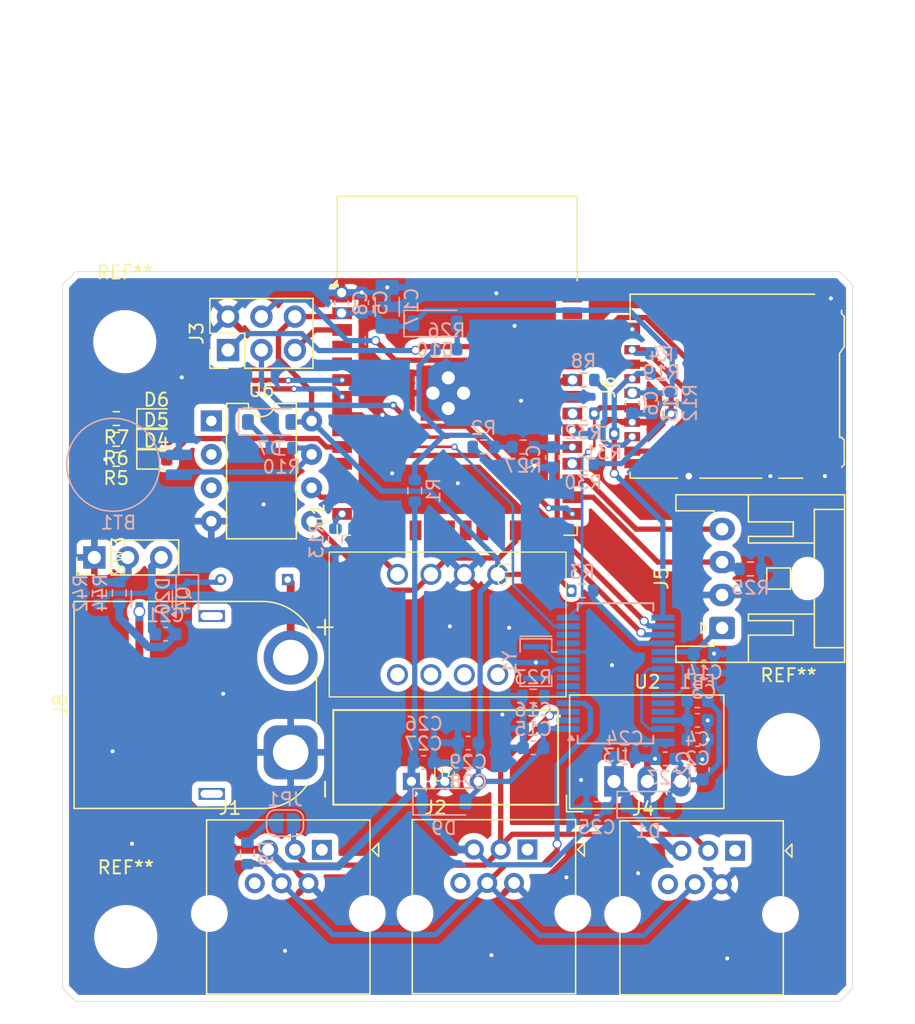
<source format=kicad_pcb>
(kicad_pcb (version 20241229) (generator "pcbnew") (generator_version "9.0")
  (layers (0 "F.Cu" signal) (2 "B.Cu" signal) (13 "F.Paste" user) (15 "B.Paste" user) (5 "F.SilkS" user "F.Silkscreen") (7 "B.SilkS" user "B.Silkscreen") (1 "F.Mask" user) (3 "B.Mask" user) (25 "Edge.Cuts" user))
  (net 0 "")
  (net 1 "Net-(BT1-+)")
  (net 2 "GND")
  (net 3 "+3V3")
  (net 4 "+5V")
  (net 5 "VSENS")
  (net 6 "+BATT")
  (net 7 "Net-(U3-VDDA)")
  (net 8 "Net-(U1-IO5)")
  (net 9 "SCK")
  (net 10 "Net-(D4-K)")
  (net 11 "ERR")
  (net 12 "Net-(D5-K)")
  (net 13 "Net-(D6-K)")
  (net 14 "BAT")
  (net 15 "Net-(D7-K)")
  (net 16 "Net-(D20-A)")
  (net 17 "Net-(D20-K)")
  (net 18 "CAN_L")
  (net 21 "CAN_H")
  (net 24 "LED1")
  (net 25 "Net-(D10-A)")
  (net 26 "TX1")
  (net 27 "RX1")
  (net 28 "Net-(J8-Pin_2)")
  (net 30 "CS1")
  (net 32 "MISO")
  (net 33 "Net-(J6-DAT1)")
  (net 34 "Net-(J6-DAT0)")
  (net 35 "DET")
  (net 36 "MOSI")
  (net 37 "Net-(JP1-B)")
  (net 38 "Net-(U3-STBY)")
  (net 40 "Net-(U1-IO17)")
  (net 41 "Net-(U1-IO18)")
  (net 42 "Net-(U1-IO19)")
  (net 43 "Net-(U3-~{RESET})")
  (net 44 "Net-(SW3-B)")
  (net 47 "Net-(U3-OSC1)")
  (net 48 "Net-(U3-RXD)")
  (net 52 "Net-(U3-TXD)")
  (net 53 "Net-(U3-OSC2)")
  (net 54 "INT")
  (net 55 "CS")
  (net 63 "SCL")
  (net 65 "SDA")
  (net 67 "TX")
  (net 70 "Net-(U1-IO12)")
  (net 73 "IO0")
  (net 77 "unconnected-(U1-SENSOR_VP-Pad4)")
  (net 79 "EN")
  (net 80 "RX")
  (footprint "MountingHole:MountingHole_4.3mm_M4" (layer "F.Cu") (at 200.01 79.82)
    (property "Reference" "REF**")
    (property "Value" "MountingHole_4.3mm_M4")
  )
  (footprint "LED_SMD:LED_0603_1608Metric" (layer "F.Cu") (at 151.9625 56.62)
    (property "Reference" "D5")
    (property "Value" "ERR")
  )
  (footprint "Package_DIP:DIP-8_W7.62mm" (layer "F.Cu") (at 156.14 55.25)
    (property "Reference" "U6")
    (property "Value" "RX8900_mod")
  )
  (footprint "KUBTSS:BP5293-33" (layer "F.Cu") (at 173.89 82.624318)
    (property "Reference" "U4")
    (property "Value" "BP5293-33")
  )
  (footprint "Connector_AMASS:AMASS_XT60PW-M_1x02_P7.20mm_Horizontal" (layer "F.Cu") (at 162.17 80.42 90)
    (property "Reference" "J8")
    (property "Value" "BATT_CON")
  )
  (footprint "Converter_DCDC:Converter_DCDC_RECOM_R-78E-0.5_THT" (layer "F.Cu") (at 186.743 82.6275)
    (property "Reference" "U2")
    (property "Value" "R-78E5.0-0.5")
  )
  (footprint "KUBTSS:toggle" (layer "F.Cu") (at 149.6 65.52 90)
    (property "Reference" "SW3")
    (property "Value" "POWER")
  )
  (footprint "MountingHole:MountingHole_4.3mm_M4" (layer "F.Cu") (at 149.64 94.41)
    (property "Reference" "REF**")
    (property "Value" "MountingHole_4.3mm_M4")
  )
  (footprint "MountingHole:MountingHole_4.3mm_M4" (layer "F.Cu") (at 149.56 49.23)
    (property "Reference" "REF**")
    (property "Value" "MountingHole_4.3mm_M4")
  )
  (footprint "KUBTSS:BNO055" (layer "F.Cu") (at 177.91 66.9 -90)
    (property "Reference" "U5")
    (property "Value" "~")
  )
  (footprint "LED_SMD:LED_0603_1608Metric" (layer "F.Cu") (at 151.97 55.07)
    (property "Reference" "D6")
    (property "Value" "BATT")
  )
  (footprint "LED_SMD:LED_0603_1608Metric" (layer "F.Cu") (at 151.9625 58.17)
    (property "Reference" "D4")
    (property "Value" "SCK")
  )
  (footprint "Connector_JST:JST_XA_S04B-XASK-1_1x04_P2.50mm_Horizontal" (layer "F.Cu") (at 194.96 70.97 90)
    (property "Reference" "J5")
    (property "Value" "GPS_DFROBOT_TEL-0157")
  )
  (footprint "Connector_Card:microSD_HC_Hirose_DM3AT-SF-PEJM5" (layer "F.Cu") (at 195.855 52.62 90)
    (property "Reference" "J6")
    (property "Value" "Micro_SD_Card_Det_Hirose_DM3AT")
  )
  (footprint "Resistor_SMD:R_0603_1608Metric" (layer "F.Cu") (at 148.925 55.07 180)
    (property "Reference" "R7")
    (property "Value" "1k")
  )
  (footprint "Connector_RJ:RJ25_Wayconn_MJEA-660X1_Horizontal" (layer "F.Cu") (at 180.17 87.8)
    (property "Reference" "J2")
    (property "Value" "RJ25")
  )
  (footprint "KUBTSS:Fuse MF-R090" (layer "F.Cu") (at 161.94 67.3 -90)
    (property "Reference" "F2" (hide yes))
    (property "Value" "MF-R090" (hide yes))
  )
  (footprint "Resistor_SMD:R_0603_1608Metric" (layer "F.Cu") (at 148.905 56.65 180)
    (property "Reference" "R6")
    (property "Value" "1k")
  )
  (footprint "Connector_PinHeader_2.54mm:PinHeader_2x03_P2.54mm_Vertical" (layer "F.Cu") (at 157.41 49.87 90)
    (property "Reference" "J3")
    (property "Value" "ICSP")
  )
  (footprint "Resistor_SMD:R_0603_1608Metric" (layer "F.Cu") (at 148.905 58.17 180)
    (property "Reference" "R5")
    (property "Value" "1k")
  )
  (footprint "Connector_RJ:RJ25_Wayconn_MJEA-660X1_Horizontal" (layer "F.Cu") (at 164.54 87.82)
    (property "Reference" "J1")
    (property "Value" "RJ25")
  )
  (footprint "Connector_RJ:RJ25_Wayconn_MJEA-660X1_Horizontal" (layer "F.Cu") (at 195.95 87.89)
    (property "Reference" "J4")
    (property "Value" "RJ25")
  )
  (footprint "KUBTSS:ESP32-WROOM-32" (layer "F.Cu") (at 174.83 54.05)
    (property "Reference" "U1")
    (property "Value" "ESP32-WROOM-32")
  )
  (footprint "Capacitor_SMD:C_0603_1608Metric" (layer "B.Cu") (at 185.425 84.67)
    (property "Reference" "C25")
    (property "Value" "22u")
  )
  (footprint "Crystal:Resonator_SMD_Murata_CSTxExxV-3Pin_3.0x1.1mm" (layer "B.Cu") (at 180.81 73.6 -90)
    (property "Reference" "Y1")
    (property "Value" "16MHz")
  )
  (footprint "Capacitor_SMD:C_0603_1608Metric" (layer "B.Cu") (at 180.61 78.62 180)
    (property "Reference" "C16")
    (property "Value" "0.1u")
  )
  (footprint "Capacitor_SMD:C_0603_1608Metric" (layer "B.Cu") (at 193.46 81.725 -90)
    (property "Reference" "C22")
    (property "Value" "22u")
  )
  (footprint "Battery:BatteryHolder_Seiko_MS621F" (layer "B.Cu") (at 153.678102 58.58)
    (property "Reference" "BT1")
    (property "Value" "MS621FE FL11E")
  )
  (footprint "Resistor_SMD:R_0603_1608Metric" (layer "B.Cu") (at 179.835 57.23)
    (property "Reference" "R27")
    (property "Value" "100k")
  )
  (footprint "Resistor_SMD:R_0603_1608Metric" (layer "B.Cu") (at 149.14 68.315 -90)
    (property "Reference" "R44")
    (property "Value" "4.7k")
  )
  (footprint "Package_SO:SSOP-28_5.3x10.2mm_P0.65mm" (layer "B.Cu") (at 186.86 74.415)
    (property "Reference" "U3")
    (property "Value" "MCP25625-x-SS")
  )
  (footprint "Resistor_SMD:R_0603_1608Metric" (layer "B.Cu") (at 184.325 68.15 180)
    (property "Reference" "R3")
    (property "Value" "10k")
  )
  (footprint "Resistor_SMD:R_0603_1608Metric" (layer "B.Cu") (at 184.395 58.49)
    (property "Reference" "R30")
    (property "Value" "33")
  )
  (footprint "Capacitor_SMD:C_0603_1608Metric" (layer "B.Cu") (at 193.575 72.92)
    (property "Reference" "C14")
    (property "Value" "0.1u")
  )
  (footprint "Capacitor_SMD:C_1206_3216Metric" (layer "B.Cu") (at 169.51 46.585 90)
    (property "Reference" "C17")
    (property "Value" "100u")
  )
  (footprint "Capacitor_SMD:C_0603_1608Metric" (layer "B.Cu") (at 180.605 80.08 180)
    (property "Reference" "C15")
    (property "Value" "1u")
  )
  (footprint "Resistor_SMD:R_0603_1608Metric" (layer "B.Cu") (at 161.485 57.31)
    (property "Reference" "R10")
    (property "Value" "330k")
  )
  (footprint "Resistor_SMD:R_0603_1608Metric" (layer "B.Cu") (at 190.345 50.12)
    (property "Reference" "R19")
    (property "Value" "100k")
  )
  (footprint "Resistor_SMD:R_0603_1608Metric" (layer "B.Cu") (at 197.115 66.49)
    (property "Reference" "R25")
    (property "Value" "100k")
  )
  (footprint "Capacitor_SMD:C_0603_1608Metric" (layer "B.Cu") (at 189.6 53.9 90)
    (property "Reference" "C13")
    (property "Value" "10u")
  )
  (footprint "Diode_SMD:D_SOD-123" (layer "B.Cu") (at 173.1425 47.85)
    (property "Reference" "D10")
    (property "Value" "RB160M")
  )
  (footprint "Capacitor_SMD:C_0603_1608Metric" (layer "B.Cu") (at 152.665 71.44 180)
    (property "Reference" "C21")
    (property "Value" "1u")
  )
  (footprint "Resistor_SMD:R_0603_1608Metric" (layer "B.Cu") (at 171.6 60.555 90)
    (property "Reference" "R1")
    (property "Value" "10k")
  )
  (footprint "Capacitor_SMD:C_0603_1608Metric" (layer "B.Cu") (at 193.095 77.99)
    (property "Reference" "C4")
    (property "Value" "0.1u")
  )
  (footprint "Resistor_SMD:R_0603_1608Metric" (layer "B.Cu") (at 174.005 49.81 180)
    (property "Reference" "R26")
    (property "Value" "200k")
  )
  (footprint "Inductor_SMD:L_0603_1608Metric" (layer "B.Cu") (at 193.09 76.51 180)
    (property "Reference" "FB1")
    (property "Value" "FerriteBead_Small")
  )
  (footprint "Resistor_SMD:R_0603_1608Metric" (layer "B.Cu") (at 158.88 88.085 90)
    (property "Reference" "R9")
    (property "Value" "120")
  )
  (footprint "Diode_SMD:D_SOD-123" (layer "B.Cu") (at 189.34 84.39)
    (property "Reference" "D1")
    (property "Value" "RB160M")
  )
  (footprint "Capacitor_SMD:C_0603_1608Metric" (layer "B.Cu") (at 190.635 80.91)
    (property "Reference" "C23")
    (property "Value" "0.1u")
  )
  (footprint "Resistor_SMD:R_0603_1608Metric" (layer "B.Cu") (at 176.83 57.22 180)
    (property "Reference" "R2")
    (property "Value" "1k")
  )
  (footprint "Capacitor_SMD:C_0603_1608Metric" (layer "B.Cu") (at 166.04 46.285 90)
    (property "Reference" "C8")
    (property "Value" "0.1u")
  )
  (footprint "Capacitor_SMD:C_0603_1608Metric" (layer "B.Cu") (at 175.665 81.23)
    (property "Reference" "C28")
    (property "Value" "0.1u")
  )
  (footprint "Capacitor_SMD:C_0603_1608Metric" (layer "B.Cu") (at 167.57 46.265 90)
    (property "Reference" "C5")
    (property "Value" "10u")
  )
  (footprint "Capacitor_SMD:C_0603_1608Metric" (layer "B.Cu") (at 172.275 81.19 180)
    (property "Reference" "C27")
    (property "Value" "0.1u")
  )
  (footprint "Resistor_SMD:R_0603_1608Metric" (layer "B.Cu") (at 190.345 51.64 180)
    (property "Reference" "R4")
    (property "Value" "100k")
  )
  (footprint "Diode_SMD:D_SOD-323" (layer "B.Cu") (at 154.31 68.55 -90)
    (property "Reference" "D20")
    (property "Value" "Zener_10V")
  )
  (footprint "Capacitor_SMD:C_0603_1608Metric" (layer "B.Cu") (at 172.285 79.68 180)
    (property "Reference" "C26")
    (property "Value" "22u")
  )
  (footprint "Capacitor_SMD:C_0603_1608Metric" (layer "B.Cu") (at 188.14 53.895 90)
    (property "Reference" "C6")
    (property "Value" "0.1u")
  )
  (footprint "Package_TO_SOT_SMD:SOT-23" (layer "B.Cu") (at 151.62 68.7875 90)
    (property "Reference" "Q4")
    (property "Value" "AO3401A")
  )
  (footprint "Jumper:SolderJumper-2_P1.3mm_Open_RoundedPad1.0x1.5mm" (layer "B.Cu") (at 161.74 85.79 180)
    (property "Reference" "JP1")
    (property "Value" "Terminate")
  )
  (footprint "Resistor_SMD:R_0603_1608Metric" (layer "B.Cu") (at 165.57 64.265 -90)
    (property "Reference" "R13")
    (property "Value" "10k")
  )
  (footprint "Resistor_SMD:R_0603_1608Metric" (layer "B.Cu") (at 185.94 56.22)
    (property "Reference" "R31")
    (property "Value" "33")
  )
  (footprint "Capacitor_SMD:C_0603_1608Metric" (layer "B.Cu") (at 193.565 74.39)
    (property "Reference" "C3")
    (property "Value" "1u")
  )
  (footprint "Capacitor_SMD:C_0603_1608Metric" (layer "B.Cu") (at 187.565 80.8 180)
    (property "Reference" "C24")
    (property "Value" "0.1u")
  )
  (footprint "Capacitor_SMD:C_0603_1608Metric" (layer "B.Cu") (at 193.105 79.45)
    (property "Reference" "C2")
    (property "Value" "10u")
  )
  (footprint "Resistor_SMD:R_0603_1608Metric" (layer "B.Cu") (at 184.425 52.14 180)
    (property "Reference" "R8")
    (property "Value" "22")
  )
  (footprint "Capacitor_SMD:C_0603_1608Metric" (layer "B.Cu") (at 182.06 58.015 -90)
    (property "Reference" "C7")
    (property "Value" "0.1u")
  )
  (footprint "Resistor_SMD:R_0603_1608Metric" (layer "B.Cu") (at 184.425 54.69)
    (property "Reference" "R32")
    (property "Value" "33")
  )
  (footprint "Diode_SMD:D_SOD-123" (layer "B.Cu") (at 160.57 55.33)
    (property "Reference" "D7")
    (property "Value" "RB160M")
  )
  (footprint "Resistor_SMD:R_0603_1608Metric" (layer "B.Cu") (at 180.605 76.15 180)
    (property "Reference" "R23")
    (property "Value" "100k")
  )
  (footprint "Resistor_SMD:R_0603_1608Metric" (layer "B.Cu") (at 191.09 53.885 90)
    (property "Reference" "R12")
    (property "Value" "47k")
  )
  (footprint "Diode_SMD:D_SOD-123" (layer "B.Cu") (at 173.82 84.17)
    (property "Reference" "D9")
    (property "Value" "RB160M")
  )
  (footprint "Resistor_SMD:R_0603_1608Metric" (layer "B.Cu") (at 147.63 68.34 -90)
    (property "Reference" "R42")
    (property "Value" "100k")
  )
  (footprint "Capacitor_SMD:C_0603_1608Metric" (layer "B.Cu") (at 175.665 79.71)
    (property "Reference" "C29")
    (property "Value" "22u")
  )
  (gr_line (start 203.88 43.91) (end 145.83 43.91) (stroke (width 0.05)) (layer "Edge.Cuts"))
  (gr_line (start 204.88 44.91) (end 204.88 98.335) (stroke (width 0.05)) (layer "Edge.Cuts"))
  (gr_line (start 203.88 99.335) (end 145.83 99.335) (stroke (width 0.05)) (layer "Edge.Cuts"))
  (gr_line (start 145.83 99.335) (end 144.83 98.335) (stroke (width 0.05)) (layer "Edge.Cuts"))
  (gr_line (start 145.83 43.91) (end 144.83 44.91) (stroke (width 0.05)) (layer "Edge.Cuts"))
  (gr_line (start 203.88 43.91) (end 204.88 44.91) (stroke (width 0.05)) (layer "Edge.Cuts"))
  (gr_line (start 144.83 44.91) (end 144.83 98.335) (stroke (width 0.05)) (layer "Edge.Cuts"))
  (gr_line (start 204.88 98.335) (end 203.88 99.335) (stroke (width 0.05)) (layer "Edge.Cuts"))
  (segment (start 162.421 59.129) (end 163.76 57.79) (width 0.4) (layer "B.Cu") (net 1))
  (segment (start 163.28 57.31) (end 163.76 57.79) (width 0.4) (layer "B.Cu") (net 1))
  (segment (start 153.678102 59.33) (end 153.879102 59.129) (width 0.4) (layer "B.Cu") (net 1))
  (segment (start 153.879102 59.129) (end 162.421 59.129) (width 0.4) (layer "B.Cu") (net 1))
  (segment (start 162.31 57.31) (end 163.28 57.31) (width 0.4) (layer "B.Cu") (net 1))
  (segment (start 167.97 50.42) (end 167.97 46.65) (width 0.2) (layer "F.Cu") (net 2))
  (segment (start 167.97 46.65) (end 169.51 45.11) (width 0.2) (layer "F.Cu") (net 2))
  (segment (start 173.89 82.624318) (end 171.685682 80.42) (width 0.4) (layer "F.Cu") (net 2))
  (segment (start 169.165 51.615) (end 167.97 50.42) (width 0.2) (layer "F.Cu") (net 2))
  (segment (start 172.625 51.615) (end 169.165 51.615) (width 0.2) (layer "F.Cu") (net 2))
  (segment (start 171.685682 80.42) (end 162.17 80.42) (width 0.4) (layer "F.Cu") (net 2))
  (via (at 169.51 45.11) (size 0.6) (drill 0.3) (layers "F.Cu" "B.Cu") (net 2))
  (via (at 169.88 59.23) (size 0.5) (drill 0.3) (layers "F.Cu" "B.Cu") (net 2))
  (via (at 188.58 89.6) (size 0.6) (drill 0.3) (layers "F.Cu" "B.Cu") (net 2))
  (via (at 193.87 77.99) (size 0.6) (drill 0.3) (layers "F.Cu" "B.Cu") (net 2))
  (via (at 188.13 55.345) (size 0.7) (drill 0.5) (layers "F.Cu" "B.Cu") (net 2))
  (via (at 178.26 77.55) (size 0.6) (drill 0.3) (layers "F.Cu" "B.Cu") (net 2))
  (via (at 177.8 45.55) (size 0.6) (drill 0.3) (layers "F.Cu" "B.Cu") (net 2))
  (via (at 198.63 59.445) (size 0.6) (drill 0.3) (layers "F.Cu" "B.Cu") (net 2))
  (via (at 160.11 61.59) (size 0.6) (drill 0.3) (layers "F.Cu" "B.Cu") (net 2))
  (via (at 195.35 96.07) (size 0.6) (drill 0.3) (layers "F.Cu" "B.Cu") (net 2))
  (via (at 167.57 45.49) (size 0.5) (drill 0.3) (layers "F.Cu" "B.Cu") (net 2))
  (via (at 189.86 80.91) (size 0.6) (drill 0.3) (layers "F.Cu" "B.Cu") (net 2))
  (via (at 183.13 89.91) (size 0.6) (drill 0.3) (layers "F.Cu" "B.Cu") (net 2))
  (via (at 161.74 95.49) (size 0.6) (drill 0.3) (layers "F.Cu" "B.Cu") (net 2))
  (via (at 148.08 58.17) (size 0.6) (drill 0.3) (layers "F.Cu" "B.Cu") (net 2))
  (via (at 186.59 73.8) (size 0.6) (drill 0.3) (layers "F.Cu" "B.Cu") (net 2))
  (via (at 180.7 58.65) (size 0.6) (drill 0.3) (layers "F.Cu" "B.Cu") (net 2))
  (via (at 192.43 59.445) (size 0.7) (drill 0.5) (layers "F.Cu" "B.Cu") (net 2))
  (via (at 169.15 54.8) (size 0.5) (drill 0.3) (layers "F.Cu" "B.Cu") (net 2))
  (via (at 153.89 51.94) (size 0.6) (drill 0.3) (layers "F.Cu" "B.Cu") (net 2))
  (via (at 178.77 70.96) (size 0.6) (drill 0.3) (layers "F.Cu" "B.Cu") (net 2))
  (via (at 174.27 70.85) (size 0.6) (drill 0.3) (layers "F.Cu" "B.Cu") (net 2))
  (via (at 179.68 53.72) (size 0.6) (drill 0.3) (layers "F.Cu" "B.Cu") (net 2))
  (via (at 203.23 45.945) (size 0.6) (drill 0.3) (layers "F.Cu" "B.Cu") (net 2))
  (via (at 179.19 48.03) (size 0.6) (drill 0.3) (layers "F.Cu" "B.Cu") (net 2))
  (via (at 166.04 45.51) (size 0.9) (drill 0.7) (layers "F.Cu" "B.Cu") (net 2))
  (via (at 202.78 59.445) (size 0.6) (drill 0.3) (layers "F.Cu" "B.Cu") (net 2))
  (via (at 193.46 80.95) (size 0.6) (drill 0.3) (layers "F.Cu" "B.Cu") (net 2))
  (via (at 174.88 59.98) (size 0.6) (drill 0.3) (layers "F.Cu" "B.Cu") (net 2))
  (via (at 177.43 95.82) (size 0.6) (drill 0.3) (layers "F.Cu" "B.Cu") (net 2))
  (via (at 180.81 73.6) (size 0.6) (drill 0.3) (layers "F.Cu" "B.Cu") (net 2))
  (via (at 184.24 82.52) (size 0.6) (drill 0.3) (layers "F.Cu" "B.Cu") (net 2))
  (via (at 194.35 72.92) (size 0.6) (drill 0.3) (layers "F.Cu" "B.Cu") (net 2))
  (via (at 193.87 79.45) (size 0.5) (drill 0.3) (layers "F.Cu" "B.Cu") (net 2))
  (via (at 188.13 48.295) (size 0.6) (drill 0.3) (layers "F.Cu" "B.Cu") (net 2))
  (via (at 157.04 75.97) (size 0.6) (drill 0.3) (layers "F.Cu" "B.Cu") (net 2))
  (via (at 150.11 87.36) (size 0.6) (drill 0.3) (layers "F.Cu" "B.Cu") (net 2))
  (via (at 148.63 80.34) (size 0.6) (drill 0.3) (layers "F.Cu" "B.Cu") (net 2))
  (segment (start 167.57 45.49) (end 169.13 45.49) (width 0.4) (layer "B.Cu") (net 2))
  (segment (start 188.14 55.335) (end 188.13 55.345) (width 0.4) (layer "B.Cu") (net 2))
  (segment (start 183.26 72.79) (end 185.58 72.79) (width 0.2) (layer "B.Cu") (net 2))
  (segment (start 188.14 54.67) (end 188.14 55.335) (width 0.4) (layer "B.Cu") (net 2))
  (segment (start 169.15 58.5) (end 169.88 59.23) (width 0.4) (layer "B.Cu") (net 2))
  (segment (start 188.145 54.675) (end 188.14 54.67) (width 0.4) (layer "B.Cu") (net 2))
  (segment (start 192.43 54.719516) (end 192.43 59.445) (width 0.4) (layer "B.Cu") (net 2))
  (segment (start 191.619484 53.909) (end 192.43 54.719516) (width 0.4) (layer "B.Cu") (net 2))
  (segment (start 189.6 54.675) (end 190.366 53.909) (width 0.4) (layer "B.Cu") (net 2))
  (segment (start 174.89 81.624318) (end 173.89 82.624318) (width 0.4) (layer "B.Cu") (net 2))
  (segment (start 193.87 77.99) (end 193.87 79.45) (width 0.4) (layer "B.Cu") (net 2))
  (segment (start 174.89 81.23) (end 174.89 81.624318) (width 0.4) (layer "B.Cu") (net 2))
  (segment (start 189.6 54.675) (end 188.145 54.675) (width 0.4) (layer "B.Cu") (net 2))
  (segment (start 177.575 58.79) (end 182.06 58.79) (width 0.4) (layer "B.Cu") (net 2))
  (segment (start 193.87 80.54) (end 193.46 80.95) (width 0.4) (layer "B.Cu") (net 2))
  (segment (start 169.15 54.8) (end 169.15 58.5) (width 0.4) (layer "B.Cu") (net 2))
  (segment (start 169.13 45.49) (end 169.51 45.11) (width 0.4) (layer "B.Cu") (net 2))
  (segment (start 190.366 53.909) (end 191.619484 53.909) (width 0.4) (layer "B.Cu") (net 2))
  (segment (start 176.005 57.22) (end 177.575 58.79) (width 0.4) (layer "B.Cu") (net 2))
  (segment (start 185.58 72.79) (end 186.59 73.8) (width 0.2) (layer "B.Cu") (net 2))
  (segment (start 193.87 79.45) (end 193.87 80.54) (width 0.4) (layer "B.Cu") (net 2))
  (segment (start 182.25 66.9) (end 183.5 68.15) (width 0.4) (layer "F.Cu") (net 3))
  (segment (start 161.239 50.499) (end 163.76 53.02) (width 0.4) (layer "F.Cu") (net 3))
  (segment (start 162.49 47.33) (end 165.77 47.33) (width 0.4) (layer "F.Cu") (net 3))
  (segment (start 162.49 47.33) (end 161.239 48.581) (width 0.4) (layer "F.Cu") (net 3))
  (segment (start 177.91 66.9) (end 182.25 66.9) (width 0.4) (layer "F.Cu") (net 3))
  (segment (start 165.77 47.33) (end 166.04 47.06) (width 0.4) (layer "F.Cu") (net 3))
  (segment (start 161.239 48.581) (end 161.239 50.499) (width 0.4) (layer "F.Cu") (net 3))
  (segment (start 163.76 53.02) (end 163.76 55.25) (width 0.4) (layer "F.Cu") (net 3))
  (via (at 188.14 53.12) (size 0.9) (drill 0.7) (layers "F.Cu" "B.Cu") (net 3))
  (via (at 166.04 47.06) (size 0.9) (drill 0.7) (layers "F.Cu" "B.Cu") (net 3))
  (via (at 183.5 68.15) (size 0.7) (drill 0.5) (layers "F.Cu" "B.Cu") (net 3))
  (segment (start 181.38 80.08) (end 181.38 78.625) (width 0.4) (layer "B.Cu") (net 3))
  (segment (start 169.51 48.06) (end 171.2825 48.06) (width 0.4) (layer "B.Cu") (net 3))
  (segment (start 181.385 78.62) (end 183.24 78.62) (width 0.4) (layer "B.Cu") (net 3))
  (segment (start 163.68 55.33) (end 163.76 55.25) (width 0.4) (layer "B.Cu") (net 3))
  (segment (start 191.17 52.98) (end 191.09 53.06) (width 0.4) (layer "B.Cu") (net 3))
  (segment (start 176.44 79.71) (end 176.571 79.579) (width 0.4) (layer "B.Cu") (net 3))
  (segment (start 191.17 51.64) (end 191.17 52.98) (width 0.4) (layer "B.Cu") (net 3))
  (segment (start 191.17 50.12) (end 191.17 51.64) (width 0.4) (layer "B.Cu") (net 3))
  (segment (start 176.44 81.23) (end 176.44 82.614318) (width 0.4) (layer "B.Cu") (net 3))
  (segment (start 176.44 79.71) (end 176.44 81.23) (width 0.4) (layer "B.Cu") (net 3))
  (segment (start 166.04 47.06) (end 167.55 47.06) (width 0.4) (layer "B.Cu") (net 3))
  (segment (start 189.6 53.125) (end 191.025 53.125) (width 0.4) (layer "B.Cu") (net 3))
  (segment (start 172.4935 46.849) (end 187.899 46.849) (width 0.4) (layer "B.Cu") (net 3))
  (segment (start 167.57 47.04) (end 168.49 47.04) (width 0.4) (layer "B.Cu") (net 3))
  (segment (start 176.44 82.614318) (end 176.43 82.624318) (width 0.4) (layer "B.Cu") (net 3))
  (segment (start 177.91 66.9) (end 177.91 65.76863) (width 0.4) (layer "B.Cu") (net 3))
  (segment (start 187.899 46.849) (end 191.17 50.12) (width 0.4) (layer "B.Cu") (net 3))
  (segment (start 167.55 47.06) (end 167.57 47.04) (width 0.4) (layer "B.Cu") (net 3))
  (segment (start 177.91 65.76863) (end 172.72037 60.579) (width 0.4) (layer "B.Cu") (net 3))
  (segment (start 169.089 60.579) (end 163.76 55.25) (width 0.4) (layer "B.Cu") (net 3))
  (segment (start 178.835682 82.624318) (end 176.43 82.624318) (width 0.4) (layer "B.Cu") (net 3))
  (segment (start 176.571 68.239) (end 177.91 66.9) (width 0.4) (layer "B.Cu") (net 3))
  (segment (start 176.571 79.579) (end 176.571 68.239) (width 0.4) (layer "B.Cu") (net 3))
  (segment (start 168.49 47.04) (end 169.51 48.06) (width 0.4) (layer "B.Cu") (net 3))
  (segment (start 171.4925 47.85) (end 172.4935 46.849) (width 0.4) (layer "B.Cu") (net 3))
  (segment (start 181.38 80.08) (end 178.835682 82.624318) (width 0.4) (layer "B.Cu") (net 3))
  (segment (start 176.43 83.21) (end 175.47 84.17) (width 0.4) (layer "B.Cu") (net 3))
  (segment (start 189.595 53.12) (end 189.6 53.125) (width 0.4) (layer "B.Cu") (net 3))
  (segment (start 162.22 55.33) (end 163.68 55.33) (width 0.4) (layer "B.Cu") (net 3))
  (segment (start 183.24 78.62) (end 183.26 78.64) (width 0.4) (layer "B.Cu") (net 3))
  (segment (start 176.43 82.624318) (end 176.43 83.21) (width 0.4) (layer "B.Cu") (net 3))
  (segment (start 171.2825 48.06) (end 171.4925 47.85) (width 0.4) (layer "B.Cu") (net 3))
  (segment (start 181.38 78.625) (end 181.385 78.62) (width 0.4) (layer "B.Cu") (net 3))
  (segment (start 172.72037 60.579) (end 169.089 60.579) (width 0.4) (layer "B.Cu") (net 3))
  (segment (start 188.14 53.12) (end 189.595 53.12) (width 0.4) (layer "B.Cu") (net 3))
  (segment (start 191.025 53.125) (end 191.09 53.06) (width 0.4) (layer "B.Cu") (net 3))
  (segment (start 190.46 72.79) (end 192.67 72.79) (width 0.4) (layer "B.Cu") (net 4))
  (segment (start 190.99 84.39) (end 190.99 83.4605) (width 0.4) (layer "B.Cu") (net 4))
  (segment (start 194.75 70.97) (end 192.8 72.92) (width 0.4) (layer "B.Cu") (net 4))
  (segment (start 192.79 74.39) (end 192.79 75.4225) (width 0.4) (layer "B.Cu") (net 4))
  (segment (start 191.823 81.323) (end 191.41 80.91) (width 0.4) (layer "B.Cu") (net 4))
  (segment (start 192.79 75.4225) (end 193.8775 76.51) (width 0.4) (layer "B.Cu") (net 4))
  (segment (start 194.731 77.3635) (end 194.731 81.229) (width 0.4) (layer "B.Cu") (net 4))
  (segment (start 193.8775 76.51) (end 194.731 77.3635) (width 0.4) (layer "B.Cu") (net 4))
  (segment (start 191.9505 82.5) (end 191.823 82.6275) (width 0.4) (layer "B.Cu") (net 4))
  (segment (start 194.731 81.229) (end 193.46 82.5) (width 0.4) (layer "B.Cu") (net 4))
  (segment (start 190.99 83.4605) (end 191.823 82.6275) (width 0.4) (layer "B.Cu") (net 4))
  (segment (start 194.96 70.97) (end 194.75 70.97) (width 0.4) (layer "B.Cu") (net 4))
  (segment (start 194.96 70.97) (end 194.24 70.97) (width 0.4) (layer "B.Cu") (net 4))
  (segment (start 192.67 72.79) (end 192.8 72.92) (width 0.4) (layer "B.Cu") (net 4))
  (segment (start 193.46 82.5) (end 191.9505 82.5) (width 0.4) (layer "B.Cu") (net 4))
  (segment (start 191.823 82.6275) (end 191.823 81.323) (width 0.4) (layer "B.Cu") (net 4))
  (segment (start 192.8 74.38) (end 192.79 74.39) (width 0.4) (layer "B.Cu") (net 4))
  (segment (start 192.8 72.92) (end 192.8 74.38) (width 0.4) (layer "B.Cu") (net 4))
  (segment (start 176.779 56.344) (end 177.655 57.22) (width 0.4) (layer "B.Cu") (net 5))
  (segment (start 177.665 57.23) (end 177.655 57.22) (width 0.4) (layer "B.Cu") (net 5))
  (segment (start 179.01 57.23) (end 177.665 57.23) (width 0.4) (layer "B.Cu") (net 5))
  (segment (start 171.6 58.542516) (end 173.798516 56.344) (width 0.4) (layer "B.Cu") (net 5))
  (segment (start 173.18 49.81) (end 171.924 51.066) (width 0.4) (layer "B.Cu") (net 5))
  (segment (start 171.924 51.066) (end 171.924 54.469484) (width 0.4) (layer "B.Cu") (net 5))
  (segment (start 171.924 54.469484) (end 173.798516 56.344) (width 0.4) (layer "B.Cu") (net 5))
  (segment (start 173.798516 56.344) (end 176.779 56.344) (width 0.4) (layer "B.Cu") (net 5))
  (segment (start 171.6 59.73) (end 171.6 58.542516) (width 0.4) (layer "B.Cu") (net 5))
  (segment (start 150.67 80.522) (end 157.968 87.82) (width 0.6) (layer "F.Cu") (net 6))
  (segment (start 150.67 72.97) (end 150.67 80.522) (width 0.6) (layer "F.Cu") (net 6))
  (segment (start 150.67 69.725) (end 150.67 72.97) (width 0.6) (layer "F.Cu") (net 6))
  (segment (start 157.968 87.82) (end 160.46 87.82) (width 0.6) (layer "F.Cu") (net 6))
  (via (at 150.67 69.725) (size 0.9) (drill 0.7) (layers "F.Cu" "B.Cu") (net 6))
  (segment (start 191.19 87.89) (end 187.69 84.39) (width 0.6) (layer "B.Cu") (net 6))
  (segment (start 171.35 81.34) (end 171.5 81.19) (width 0.6) (layer "B.Cu") (net 6))
  (segment (start 171.6 61.38) (end 171.6 79.59) (width 0.4) (layer "B.Cu") (net 6))
  (segment (start 181.909 88.961) (end 177.251 88.961) (width 0.4) (layer "B.Cu") (net 6))
  (segment (start 187.69 83.5745) (end 186.743 82.6275) (width 0.6) (layer "B.Cu") (net 6))
  (segment (start 186.743 84.127) (end 186.2 84.67) (width 0.4) (layer "B.Cu") (net 6))
  (segment (start 187.69 84.39) (end 187.69 83.5745) (width 0.6) (layer "B.Cu") (net 6))
  (segment (start 186.743 82.6275) (end 186.743 84.127) (width 0.4) (layer "B.Cu") (net 6))
  (segment (start 171.35 83.532) (end 171.35 82.624318) (width 0.6) (layer "B.Cu") (net 6))
  (segment (start 171.5 79.69) (end 171.51 79.68) (width 0.6) (layer "B.Cu") (net 6))
  (segment (start 171.35 82.624318) (end 171.35 81.34) (width 0.6) (layer "B.Cu") (net 6))
  (segment (start 177.251 88.961) (end 176.09 87.8) (width 0.4) (layer "B.Cu") (net 6))
  (segment (start 174.89 87.8) (end 172.17 85.08) (width 0.6) (layer "B.Cu") (net 6))
  (segment (start 171.6 79.59) (end 171.51 79.68) (width 0.4) (layer "B.Cu") (net 6))
  (segment (start 172.17 85.08) (end 172.17 84.17) (width 0.6) (layer "B.Cu") (net 6))
  (segment (start 165.801 89.081) (end 171.35 83.532) (width 0.6) (layer "B.Cu") (net 6))
  (segment (start 172.17 83.444318) (end 171.35 82.624318) (width 0.6) (layer "B.Cu") (net 6))
  (segment (start 161.721 89.081) (end 165.801 89.081) (width 0.6) (layer "B.Cu") (net 6))
  (segment (start 186.2 84.67) (end 181.909 88.961) (width 0.4) (layer "B.Cu") (net 6))
  (segment (start 191.87 87.89) (end 191.19 87.89) (width 0.6) (layer "B.Cu") (net 6))
  (segment (start 176.09 87.8) (end 174.89 87.8) (width 0.6) (layer "B.Cu") (net 6))
  (segment (start 160.46 87.82) (end 161.721 89.081) (width 0.6) (layer "B.Cu") (net 6))
  (segment (start 186.743 80.847) (end 186.79 80.8) (width 0.4) (layer "B.Cu") (net 6))
  (segment (start 172.17 84.17) (end 172.17 83.444318) (width 0.6) (layer "B.Cu") (net 6))
  (segment (start 186.79 82.5805) (end 186.743 82.6275) (width 0.4) (layer "B.Cu") (net 6))
  (segment (start 186.743 82.6275) (end 186.743 80.847) (width 0.4) (layer "B.Cu") (net 6))
  (segment (start 171.5 81.19) (end 171.5 79.69) (width 0.6) (layer "B.Cu") (net 6))
  (segment (start 192.32 76.5275) (end 192.3025 76.51) (width 0.4) (layer "B.Cu") (net 7))
  (segment (start 192.32 77.99) (end 192.32 76.5275) (width 0.4) (layer "B.Cu") (net 7))
  (segment (start 192.33 79.45) (end 192.33 78) (width 0.4) (layer "B.Cu") (net 7))
  (segment (start 192.32 77.99) (end 190.46 77.99) (width 0.4) (layer "B.Cu") (net 7))
  (segment (start 192.33 78) (end 192.32 77.99) (width 0.4) (layer "B.Cu") (net 7))
  (via (at 183.58 57.23) (size 0.7) (drill 0.5) (layers "F.Cu" "B.Cu") (net 8))
  (segment (start 183.58 57.23) (end 182.07 57.23) (width 0.4) (layer "B.Cu") (net 8))
  (segment (start 180.66 57.23) (end 182.05 57.23) (width 0.4) (layer "B.Cu") (net 8))
  (segment (start 182.05 57.23) (end 182.06 57.24) (width 0.4) (layer "B.Cu") (net 8))
  (segment (start 182.07 57.23) (end 182.06 57.24) (width 0.4) (layer "B.Cu") (net 8))
  (segment (start 188.13 54.245) (end 185.695 54.245) (width 0.4) (layer "F.Cu") (net 9))
  (segment (start 185.695 54.245) (end 185.25 54.69) (width 0.4) (layer "F.Cu") (net 9))
  (segment (start 185.25 57.140146) (end 185.25 54.69) (width 0.2) (layer "F.Cu") (net 9))
  (segment (start 184.785445 57.604701) (end 185.25 57.140146) (width 0.2) (layer "F.Cu") (net 9))
  (via (at 185.25 54.69) (size 0.7) (drill 0.5) (layers "F.Cu" "B.Cu") (net 9))
  (via (at 184.785445 57.604701) (size 0.5) (drill 0.3) (layers "F.Cu" "B.Cu") (net 9))
  (segment (start 184.785445 57.604701) (end 184.321 58.069146) (width 0.2) (layer "B.Cu") (net 9))
  (segment (start 184.321 58.069146) (end 184.321 69.129) (width 0.2) (layer "B.Cu") (net 9))
  (segment (start 184.321 69.129) (end 183.26 70.19) (width 0.2) (layer "B.Cu") (net 9))
  (segment (start 151.175 58.17) (end 149.73 58.17) (width 0.4) (layer "F.Cu") (net 10))
  (segment (start 152.75 56.62) (end 153.596 55.774) (width 0.4) (layer "F.Cu") (net 11))
  (segment (start 155.838072 52.880684) (end 155.899136 52.81962) (width 0.4) (layer "F.Cu") (net 11))
  (segment (start 155.899136 52.81962) (end 162.433829 52.81962) (width 0.4) (layer "F.Cu") (net 11))
  (segment (start 153.596 55.774) (end 153.596 55.122756) (width 0.4) (layer "F.Cu") (net 11))
  (segment (start 153.596 55.122756) (end 155.838072 52.880684) (width 0.4) (layer "F.Cu") (net 11))
  (via (at 162.433829 52.81962) (size 0.5) (drill 0.3) (layers "F.Cu" "B.Cu") (net 11))
  (via (at 166.08 53.42) (size 0.5) (drill 0.3) (layers "F.Cu" "B.Cu") (net 11))
  (segment (start 162.433829 52.81962) (end 165.47962 52.81962) (width 0.4) (layer "B.Cu") (net 11))
  (segment (start 165.47962 52.81962) (end 166.08 53.42) (width 0.4) (layer "B.Cu") (net 11))
  (segment (start 149.76 56.62) (end 149.73 56.65) (width 0.4) (layer "F.Cu") (net 12))
  (segment (start 151.175 56.62) (end 149.76 56.62) (width 0.4) (layer "F.Cu") (net 12))
  (segment (start 151.1825 55.07) (end 149.75 55.07) (width 0.4) (layer "F.Cu") (net 13))
  (segment (start 152.7575 55.07) (end 155.65788 52.16962) (width 0.4) (layer "F.Cu") (net 14))
  (segment (start 155.65788 52.16962) (end 161.99038 52.16962) (width 0.4) (layer "F.Cu") (net 14))
  (via (at 161.99038 52.16962) (size 0.5) (drill 0.3) (layers "F.Cu" "B.Cu") (net 14))
  (via (at 166.08 52.15) (size 0.5) (drill 0.3) (layers "F.Cu" "B.Cu") (net 14))
  (segment (start 161.99038 52.16962) (end 166.06038 52.16962) (width 0.4) (layer "B.Cu") (net 14))
  (segment (start 166.06038 52.16962) (end 166.08 52.15) (width 0.4) (layer "B.Cu") (net 14))
  (segment (start 160.66 57.07) (end 158.92 55.33) (width 0.4) (layer "B.Cu") (net 15))
  (segment (start 160.66 57.31) (end 160.66 57.07) (width 0.4) (layer "B.Cu") (net 15))
  (segment (start 152.695 69.6) (end 152.57 69.725) (width 0.6) (layer "B.Cu") (net 16))
  (segment (start 152.57 69.725) (end 152.57 70.57) (width 0.6) (layer "B.Cu") (net 16))
  (segment (start 152.57 70.57) (end 153.44 71.44) (width 0.6) (layer "B.Cu") (net 16))
  (segment (start 151.358046 72.416) (end 152.464 72.416) (width 0.6) (layer "B.Cu") (net 16))
  (segment (start 154.31 69.6) (end 152.695 69.6) (width 0.6) (layer "B.Cu") (net 16))
  (segment (start 149.14 70.197954) (end 151.358046 72.416) (width 0.6) (layer "B.Cu") (net 16))
  (segment (start 152.464 72.416) (end 153.44 71.44) (width 0.6) (layer "B.Cu") (net 16))
  (segment (start 149.14 70.197954) (end 149.14 69.14) (width 0.6) (layer "B.Cu") (net 16))
  (segment (start 151.131 68.339) (end 151.62 67.85) (width 0.4) (layer "B.Cu") (net 17))
  (segment (start 148.456 68.339) (end 151.131 68.339) (width 0.4) (layer "B.Cu") (net 17))
  (segment (start 153.96 67.85) (end 154.31 67.5) (width 0.4) (layer "B.Cu") (net 17))
  (segment (start 151.62 67.85) (end 151.62 66.33) (width 0.6) (layer "B.Cu") (net 17))
  (segment (start 156.66 67.5) (end 156.86 67.3) (width 0.4) (layer "B.Cu") (net 17))
  (segment (start 151.62 67.85) (end 153.96 67.85) (width 0.4) (layer "B.Cu") (net 17))
  (segment (start 151.62 66.33) (end 152.33 65.62) (width 0.6) (layer "B.Cu") (net 17))
  (segment (start 151.89 71.44) (end 151.62 71.17) (width 0.6) (layer "B.Cu") (net 17))
  (segment (start 151.62 71.17) (end 151.62 67.85) (width 0.6) (layer "B.Cu") (net 17))
  (segment (start 147.63 69.165) (end 148.456 68.339) (width 0.4) (layer "B.Cu") (net 17))
  (segment (start 154.31 67.5) (end 156.66 67.5) (width 0.4) (layer "B.Cu") (net 17))
  (segment (start 176.949 88.981) (end 178.13 87.8) (width 0.4) (layer "F.Cu") (net 18))
  (segment (start 178.13 87.8) (end 178.13 81.351869) (width 0.4) (layer "F.Cu") (net 18))
  (segment (start 179.009 86.639) (end 192.659 86.639) (width 0.4) (layer "F.Cu") (net 18))
  (segment (start 162.5 87.82) (end 162.5 88.102) (width 0.4) (layer "F.Cu") (net 18))
  (segment (start 178.13 87.518) (end 179.009 86.639) (width 0.4) (layer "F.Cu") (net 18))
  (segment (start 178.13 81.351869) (end 181.851809 77.63006) (width 0.4) (layer "F.Cu") (net 18))
  (segment (start 163.379 88.981) (end 176.949 88.981) (width 0.4) (layer "F.Cu") (net 18))
  (segment (start 178.13 87.8) (end 178.13 88.082) (width 0.4) (layer "F.Cu") (net 18))
  (segment (start 162.5 88.102) (end 163.379 88.981) (width 0.4) (layer "F.Cu") (net 18))
  (segment (start 178.13 87.8) (end 178.13 87.518) (width 0.4) (layer "F.Cu") (net 18))
  (segment (start 192.659 86.639) (end 193.91 87.89) (width 0.4) (layer "F.Cu") (net 18))
  (via (at 181.851809 77.63006) (size 0.7) (drill 0.5) (layers "F.Cu" "B.Cu") (net 18))
  (segment (start 181.851809 77.63006) (end 182.141869 77.34) (width 0.4) (layer "B.Cu") (net 18))
  (segment (start 162.39 87.71) (end 162.5 87.82) (width 0.4) (layer "B.Cu") (net 18))
  (segment (start 182.141869 77.34) (end 183.26 77.34) (width 0.4) (layer "B.Cu") (net 18))
  (segment (start 162.39 85.79) (end 162.39 87.71) (width 0.4) (layer "B.Cu") (net 18))
  (segment (start 178.489 88.961) (end 181.331 88.961) (width 0.4) (layer "F.Cu") (net 21))
  (segment (start 181.331 88.961) (end 182.42034 87.87166) (width 0.4) (layer "F.Cu") (net 21))
  (segment (start 177.11 90.34) (end 178.489 88.961) (width 0.4) (layer "F.Cu") (net 21))
  (segment (start 182.42034 87.87166) (end 182.42034 87.389) (width 0.4) (layer "F.Cu") (net 21))
  (via (at 182.42034 87.389) (size 0.7) (drill 0.5) (layers "F.Cu" "B.Cu") (net 21))
  (segment (start 173.189 94.261) (end 177.11 90.34) (width 0.4) (layer "B.Cu") (net 21))
  (segment (start 182.42034 81.38166) (end 184.95 78.852) (width 0.4) (layer "B.Cu") (net 21))
  (segment (start 158.88 88.91) (end 160.03 88.91) (width 0.4) (layer "B.Cu") (net 21))
  (segment (start 161.48 90.36) (end 165.381 94.261) (width 0.4) (layer "B.Cu") (net 21))
  (segment (start 188.989 94.331) (end 192.89 90.43) (width 0.4) (layer "B.Cu") (net 21))
  (segment (start 184.95 78.852) (end 184.95 77.128) (width 0.4) (layer "B.Cu") (net 21))
  (segment (start 160.03 88.91) (end 161.48 90.36) (width 0.4) (layer "B.Cu") (net 21))
  (segment (start 181.101 94.331) (end 188.989 94.331) (width 0.4) (layer "B.Cu") (net 21))
  (segment (start 165.381 94.261) (end 173.189 94.261) (width 0.4) (layer "B.Cu") (net 21))
  (segment (start 182.42034 87.389) (end 182.42034 81.38166) (width 0.4) (layer "B.Cu") (net 21))
  (segment (start 177.11 90.34) (end 181.101 94.331) (width 0.4) (layer "B.Cu") (net 21))
  (segment (start 184.512 76.69) (end 183.26 76.69) (width 0.4) (layer "B.Cu") (net 21))
  (segment (start 184.95 77.128) (end 184.512 76.69) (width 0.4) (layer "B.Cu") (net 21))
  (segment (start 164.898471 57.23) (end 164.257471 56.589) (width 0.4) (layer "F.Cu") (net 24))
  (segment (start 164.257471 56.589) (end 154.331 56.589) (width 0.4) (layer "F.Cu") (net 24))
  (segment (start 154.331 56.589) (end 152.75 58.17) (width 0.4) (layer "F.Cu") (net 24))
  (segment (start 166.08 57.23) (end 164.898471 57.23) (width 0.4) (layer "F.Cu") (net 24))
  (segment (start 174.83 47.8875) (end 174.7925 47.85) (width 0.4) (layer "B.Cu") (net 25))
  (segment (start 174.83 49.81) (end 174.83 47.8875) (width 0.4) (layer "B.Cu") (net 25))
  (segment (start 185.150058 61.04) (end 190.080058 65.97) (width 0.4) (layer "F.Cu") (net 26))
  (segment (start 190.080058 65.97) (end 194.96 65.97) (width 0.4) (layer "F.Cu") (net 26))
  (segment (start 183.58 61.04) (end 185.150058 61.04) (width 0.4) (layer "F.Cu") (net 26))
  (segment (start 195.48 66.49) (end 194.96 65.97) (width 0.4) (layer "B.Cu") (net 26))
  (segment (start 196.29 66.49) (end 195.48 66.49) (width 0.4) (layer "B.Cu") (net 26))
  (segment (start 188.43 63.47) (end 194.96 63.47) (width 0.4) (layer "F.Cu") (net 27))
  (segment (start 183.58 59.77) (end 184.73 59.77) (width 0.4) (layer "F.Cu") (net 27))
  (segment (start 184.73 59.77) (end 188.43 63.47) (width 0.4) (layer "F.Cu") (net 27))
  (segment (start 162.17 67.53) (end 161.94 67.3) (width 0.6) (layer "F.Cu") (net 28))
  (segment (start 162.17 73.22) (end 162.17 67.53) (width 0.6) (layer "F.Cu") (net 28))
  (segment (start 189.13 50.945) (end 191.09 52.905) (width 0.4) (layer "F.Cu") (net 30))
  (segment (start 191.09 52.905) (end 191.09 54.71) (width 0.4) (layer "F.Cu") (net 30))
  (segment (start 188.13 50.945) (end 189.13 50.945) (width 0.4) (layer "F.Cu") (net 30))
  (via (at 191.09 54.71) (size 0.7) (drill 0.5) (layers "F.Cu" "B.Cu") (net 30))
  (segment (start 185.22 58.49) (end 187.31 58.49) (width 0.4) (layer "B.Cu") (net 30))
  (segment (start 187.31 58.49) (end 191.09 54.71) (width 0.4) (layer "B.Cu") (net 30))
  (segment (start 183.6 52.14) (end 182.858 52.14) (width 0.4) (layer "F.Cu") (net 32))
  (segment (start 182.429 63.849) (end 189.030035 70.450035) (width 0.4) (layer "F.Cu") (net 32))
  (segment (start 189.030035 70.450035) (end 189.036116 70.450035) (width 0.4) (layer "F.Cu") (net 32))
  (segment (start 182.858 52.14) (end 182.429 52.569) (width 0.4) (layer "F.Cu") (net 32))
  (segment (start 182.429 52.569) (end 182.429 63.849) (width 0.4) (layer "F.Cu") (net 32))
  (via (at 189.036116 70.450035) (size 0.7) (drill 0.5) (layers "F.Cu" "B.Cu") (net 32))
  (via (at 183.6 52.14) (size 0.9) (drill 0.7) (layers "F.Cu" "B.Cu") (net 32))
  (segment (start 189.426081 70.84) (end 190.46 70.84) (width 0.4) (layer "B.Cu") (net 32))
  (segment (start 190.459999 70.840001) (end 190.46 70.84) (width 0.4) (layer "B.Cu") (net 32))
  (segment (start 189.036116 70.450035) (end 189.426081 70.84) (width 0.4) (layer "B.Cu") (net 32))
  (segment (start 192.09 55.15) (end 192.09 52.805) (width 0.4) (layer "F.Cu") (net 33))
  (segment (start 192.09 52.805) (end 189.13 49.845) (width 0.4) (layer "F.Cu") (net 33))
  (segment (start 189.695 57.545) (end 192.09 55.15) (width 0.4) (layer "F.Cu") (net 33))
  (segment (start 189.13 49.845) (end 188.13 49.845) (width 0.4) (layer "F.Cu") (net 33))
  (segment (start 188.13 57.545) (end 189.695 57.545) (width 0.4) (layer "F.Cu") (net 33))
  (via (at 188.13 49.845) (size 0.7) (drill 0.5) (layers "F.Cu" "B.Cu") (net 33))
  (segment (start 188.405 50.12) (end 188.13 49.845) (width 0.4) (layer "B.Cu") (net 33))
  (segment (start 189.52 50.12) (end 188.405 50.12) (width 0.4) (layer "B.Cu") (net 33))
  (via (at 188.13 56.445) (size 0.7) (drill 0.5) (layers "F.Cu" "B.Cu") (net 34))
  (segment (start 186.051 52.941) (end 185.25 52.14) (width 0.4) (layer "B.Cu") (net 34))
  (segment (start 187.479 57.096) (end 186.310516 57.096) (width 0.4) (layer "B.Cu") (net 34))
  (segment (start 186.310516 57.096) (end 185.916 56.701484) (width 0.4) (layer "B.Cu") (net 34))
  (segment (start 185.916 56.701484) (end 185.916 55.354484) (width 0.4) (layer "B.Cu") (net 34))
  (segment (start 185.916 55.354484) (end 186.051 55.219484) (width 0.4) (layer "B.Cu") (net 34))
  (segment (start 186.051 55.219484) (end 186.051 52.941) (width 0.4) (layer "B.Cu") (net 34))
  (segment (start 188.13 56.445) (end 187.479 57.096) (width 0.4) (layer "B.Cu") (net 34))
  (segment (start 189.594942 58.495) (end 188.13 58.495) (width 0.4) (layer "F.Cu") (net 35))
  (segment (start 189.131 47.394) (end 192.691 50.954) (width 0.4) (layer "F.Cu") (net 35))
  (segment (start 192.691 50.954) (end 192.691 55.398942) (width 0.4) (layer "F.Cu") (net 35))
  (segment (start 187.129 47.394) (end 189.131 47.394) (width 0.4) (layer "F.Cu") (net 35))
  (segment (start 192.691 55.398942) (end 189.594942 58.495) (width 0.4) (layer "F.Cu") (net 35))
  (segment (start 186.183 48.34) (end 187.129 47.394) (width 0.4) (layer "F.Cu") (net 35))
  (segment (start 183.58 48.34) (end 186.183 48.34) (width 0.4) (layer "F.Cu") (net 35))
  (segment (start 186.77 56.225) (end 186.765 56.22) (width 0.4) (layer "F.Cu") (net 36))
  (segment (start 186.77 59.24) (end 186.77 56.225) (width 0.4) (layer "F.Cu") (net 36))
  (via (at 186.77 59.24) (size 0.7) (drill 0.5) (layers "F.Cu" "B.Cu") (net 36))
  (via (at 186.765 56.22) (size 0.7) (drill 0.5) (layers "F.Cu" "B.Cu") (net 36))
  (via (at 188.13 52.045) (size 0.7) (drill 0.5) (layers "F.Cu" "B.Cu") (net 36))
  (segment (start 188.535 51.64) (end 188.13 52.045) (width 0.4) (layer "B.Cu") (net 36))
  (segment (start 187.848468 52.045) (end 188.13 52.045) (width 0.4) (layer "B.Cu") (net 36))
  (segment (start 186.765 56.22) (end 186.765 53.128468) (width 0.4) (layer "B.Cu") (net 36))
  (segment (start 190.46 62.93) (end 186.77 59.24) (width 0.4) (layer "B.Cu") (net 36))
  (segment (start 190.46 70.19) (end 190.46 62.93) (width 0.4) (layer "B.Cu") (net 36))
  (segment (start 186.765 53.128468) (end 187.848468 52.045) (width 0.4) (layer "B.Cu") (net 36))
  (segment (start 189.52 51.64) (end 188.535 51.64) (width 0.4) (layer "B.Cu") (net 36))
  (segment (start 158.88 87.26) (end 160.35 85.79) (width 0.4) (layer "B.Cu") (net 37))
  (segment (start 160.35 85.79) (end 161.09 85.79) (width 0.4) (layer "B.Cu") (net 37))
  (segment (start 181.43 76.15) (end 183.15 76.15) (width 0.2) (layer "B.Cu") (net 38))
  (segment (start 183.15 76.15) (end 183.26 76.04) (width 0.2) (layer "B.Cu") (net 38))
  (via (at 183.57 58.49) (size 0.9) (drill 0.7) (layers "F.Cu" "B.Cu") (net 40))
  (via (at 183.58 55.96) (size 0.7) (drill 0.5) (layers "F.Cu" "B.Cu") (net 41))
  (segment (start 185.115 56.22) (end 185.19 56.22) (width 0.4) (layer "B.Cu") (net 41))
  (segment (start 183.84 56.22) (end 183.58 55.96) (width 0.4) (layer "B.Cu") (net 41))
  (segment (start 185.115 56.22) (end 183.84 56.22) (width 0.4) (layer "B.Cu") (net 41))
  (via (at 183.6 54.69) (size 0.9) (drill 0.7) (layers "F.Cu" "B.Cu") (net 42))
  (segment (start 185.15 68.15) (end 185.15 68.734337) (width 0.4) (layer "B.Cu") (net 43))
  (segment (start 185.15 68.734337) (end 188.555663 72.14) (width 0.4) (layer "B.Cu") (net 43))
  (segment (start 188.555663 72.14) (end 190.46 72.14) (width 0.4) (layer "B.Cu") (net 43))
  (segment (start 149.115 67.515) (end 149.14 67.49) (width 0.6) (layer "B.Cu") (net 44))
  (segment (start 149.79 66.84) (end 149.79 65.62) (width 0.6) (layer "B.Cu") (net 44))
  (segment (start 149.14 67.49) (end 149.79 66.84) (width 0.6) (layer "B.Cu") (net 44))
  (segment (start 147.63 67.515) (end 149.115 67.515) (width 0.6) (layer "B.Cu") (net 44))
  (segment (start 181.284 72.4) (end 182.324 73.44) (width 0.2) (layer "B.Cu") (net 47))
  (segment (start 182.324 73.44) (end 183.26 73.44) (width 0.2) (layer "B.Cu") (net 47))
  (segment (start 180.81 72.4) (end 181.284 72.4) (width 0.2) (layer "B.Cu") (net 47))
  (segment (start 188.85 78.082) (end 189.408 78.64) (width 0.2) (layer "B.Cu") (net 48))
  (segment (start 189.385 74.09) (end 188.85 74.625) (width 0.2) (layer "B.Cu") (net 48))
  (segment (start 188.85 74.625) (end 188.85 78.082) (width 0.2) (layer "B.Cu") (net 48))
  (segment (start 190.46 74.09) (end 189.385 74.09) (width 0.2) (layer "B.Cu") (net 48))
  (segment (start 189.408 78.64) (end 190.46 78.64) (width 0.2) (layer "B.Cu") (net 48))
  (segment (start 191.535 73.44) (end 191.98 73.885) (width 0.2) (layer "B.Cu") (net 52))
  (segment (start 191.98 73.885) (end 191.98 75.62) (width 0.2) (layer "B.Cu") (net 52))
  (segment (start 190.46 73.44) (end 191.535 73.44) (width 0.2) (layer "B.Cu") (net 52))
  (segment (start 191.5564 76.04) (end 190.46 76.04) (width 0.2) (layer "B.Cu") (net 52))
  (segment (start 191.9764 75.62) (end 191.5564 76.04) (width 0.2) (layer "B.Cu") (net 52))
  (segment (start 191.98 75.62) (end 191.9764 75.62) (width 0.2) (layer "B.Cu") (net 52))
  (segment (start 182.27 74.09) (end 183.26 74.09) (width 0.2) (layer "B.Cu") (net 53))
  (segment (start 180.81 74.8) (end 181.56 74.8) (width 0.2) (layer "B.Cu") (net 53))
  (segment (start 181.56 74.8) (end 182.27 74.09) (width 0.2) (layer "B.Cu") (net 53))
  (segment (start 170.096362 57.216362) (end 167.57 54.69) (width 0.2) (layer "F.Cu") (net 54))
  (segment (start 170.096362 57.216362) (end 174.619 57.216362) (width 0.2) (layer "F.Cu") (net 54))
  (segment (start 167.57 54.69) (end 166.08 54.69) (width 0.2) (layer "F.Cu") (net 54))
  (segment (start 174.619 57.216362) (end 174.62 57.217362) (width 0.2) (layer "F.Cu") (net 54))
  (via (at 174.62 57.217362) (size 0.5) (drill 0.3) (layers "F.Cu" "B.Cu") (net 54))
  (segment (start 179.06 67.715) (end 182.185 70.84) (width 0.2) (layer "B.Cu") (net 54))
  (segment (start 179.06 61.657362) (end 179.06 67.715) (width 0.2) (layer "B.Cu") (net 54))
  (segment (start 174.62 57.217362) (end 179.06 61.657362) (width 0.2) (layer "B.Cu") (net 54))
  (segment (start 182.185 70.84) (end 183.26 70.84) (width 0.2) (layer "B.Cu") (net 54))
  (segment (start 168.719362 57.867362) (end 166.812 55.96) (width 0.4) (layer "F.Cu") (net 55))
  (segment (start 166.812 55.96) (end 166.08 55.96) (width 0.4) (layer "F.Cu") (net 55))
  (segment (start 181.828 62.836) (end 181.828 64.350262) (width 0.4) (layer "F.Cu") (net 55))
  (segment (start 176.859362 57.867362) (end 168.719362 57.867362) (width 0.4) (layer "F.Cu") (net 55))
  (segment (start 181.828 64.350262) (end 188.794828 71.31709) (width 0.4) (layer "F.Cu") (net 55))
  (segment (start 181.828 62.836) (end 176.859362 57.867362) (width 0.4) (layer "F.Cu") (net 55))
  (via (at 188.794828 71.31709) (size 0.7) (drill 0.5) (layers "F.Cu" "B.Cu") (net 55))
  (segment (start 188.967738 71.49) (end 188.794828 71.31709) (width 0.4) (layer "B.Cu") (net 55))
  (segment (start 190.46 71.49) (end 188.967738 71.49) (width 0.4) (layer "B.Cu") (net 55))
  (segment (start 168.269 62.079) (end 167.23 61.04) (width 0.4) (layer "F.Cu") (net 63))
  (segment (start 170.29 66.9) (end 168.269 64.879) (width 0.4) (layer "F.Cu") (net 63))
  (segment (start 163.76 60.33) (end 164.47 61.04) (width 0.4) (layer "F.Cu") (net 63))
  (segment (start 164.47 61.04) (end 166.08 61.04) (width 0.4) (layer "F.Cu") (net 63))
  (segment (start 167.23 61.04) (end 166.08 61.04) (width 0.4) (layer "F.Cu") (net 63))
  (segment (start 168.269 64.879) (end 168.269 62.079) (width 0.4) (layer "F.Cu") (net 63))
  (segment (start 179.28 64.39) (end 179.28 63.56) (width 0.4) (layer "F.Cu") (net 65))
  (segment (start 171.629 68.101) (end 172.83 66.9) (width 0.4) (layer "F.Cu") (net 65))
  (segment (start 168.991 68.101) (end 171.629 68.101) (width 0.4) (layer "F.Cu") (net 65))
  (segment (start 163.76 62.87) (end 168.991 68.101) (width 0.4) (layer "F.Cu") (net 65))
  (segment (start 172.83 66.9) (end 174.07 65.66) (width 0.4) (layer "F.Cu") (net 65))
  (segment (start 174.07 65.66) (end 178.01 65.66) (width 0.4) (layer "F.Cu") (net 65))
  (segment (start 178.01 65.66) (end 179.28 64.39) (width 0.4) (layer "F.Cu") (net 65))
  (segment (start 171.65 49.889) (end 171.849 49.889) (width 0.4) (layer "F.Cu") (net 67))
  (segment (start 171.849 49.889) (end 172.128 49.61) (width 0.4) (layer "F.Cu") (net 67))
  (segment (start 172.128 49.61) (end 183.58 49.61) (width 0.4) (layer "F.Cu") (net 67))
  (via (at 171.65 49.889) (size 0.7) (drill 0.5) (layers "F.Cu" "B.Cu") (net 67))
  (segment (start 163.008182 48.619) (end 164.291909 49.902727) (width 0.4) (layer "B.Cu") (net 67))
  (segment (start 158.661 48.619) (end 163.008182 48.619) (width 0.4) (layer "B.Cu") (net 67))
  (segment (start 157.41 49.87) (end 158.661 48.619) (width 0.4) (layer "B.Cu") (net 67))
  (segment (start 171.636273 49.902727) (end 171.65 49.889) (width 0.4) (layer "B.Cu") (net 67))
  (segment (start 164.291909 49.902727) (end 171.636273 49.902727) (width 0.4) (layer "B.Cu") (net 67))
  (via (at 166.08 62.31) (size 0.7) (drill 0.5) (layers "F.Cu" "B.Cu") (net 70))
  (segment (start 165.57 62.82) (end 166.08 62.31) (width 0.4) (layer "B.Cu") (net 70))
  (segment (start 165.57 63.44) (end 165.57 62.82) (width 0.4) (layer "B.Cu") (net 70))
  (segment (start 175.562239 55.651) (end 171.549 55.651) (width 0.4) (layer "F.Cu") (net 73))
  (segment (start 181.779001 61.867762) (end 175.562239 55.651) (width 0.4) (layer "F.Cu") (net 73))
  (segment (start 171.549 55.651) (end 169.969 54.071) (width 0.4) (layer "F.Cu") (net 73))
  (via (at 181.779001 61.867762) (size 0.5) (drill 0.3) (layers "F.Cu" "B.Cu") (net 73))
  (via (at 183.58 62.31) (size 0.5) (drill 0.3) (layers "F.Cu" "B.Cu") (net 73))
  (via (at 169.969 54.071) (size 0.6) (drill 0.3) (layers "F.Cu" "B.Cu") (net 73))
  (segment (start 159.95 52.52) (end 159.95 49.87) (width 0.4) (layer "B.Cu") (net 73))
  (segment (start 161.37 53.94) (end 161.479 54.049) (width 0.4) (layer "B.Cu") (net 73))
  (segment (start 163.55 54.049) (end 165.788346 54.049) (width 0.4) (layer "B.Cu") (net 73))
  (segment (start 161.479 54.049) (end 163.55 54.049) (width 0.4) (layer "B.Cu") (net 73))
  (segment (start 165.810346 54.071) (end 169.969 54.071) (width 0.4) (layer "B.Cu") (net 73))
  (segment (start 161.37 53.94) (end 159.95 52.52) (width 0.4) (layer "B.Cu") (net 73))
  (segment (start 165.788346 54.049) (end 165.810346 54.071) (width 0.4) (layer "B.Cu") (net 73))
  (segment (start 181.779001 61.867762) (end 183.137762 61.867762) (width 0.4) (layer "B.Cu") (net 73))
  (segment (start 183.137762 61.867762) (end 183.58 62.31) (width 0.4) (layer "B.Cu") (net 73))
  (segment (start 166.08 49.61) (end 166.189 49.719) (width 0.4) (layer "F.Cu") (net 77))
  (segment (start 162.49 49.87) (end 164.02 48.34) (width 0.4) (layer "F.Cu") (net 79))
  (segment (start 164.02 48.34) (end 166.08 48.34) (width 0.4) (layer "F.Cu") (net 79))
  (segment (start 183.58 50.87) (end 183.6 50.85) (width 0.2) (layer "F.Cu") (net 80))
  (segment (start 183.6 50.85) (end 183.389 50.639) (width 0.4) (layer "F.Cu") (net 80))
  (segment (start 183.389 50.639) (end 170.107272 50.639) (width 0.4) (layer "F.Cu") (net 80))
  (segment (start 170.107272 50.639) (end 168.619999 49.151727) (width 0.4) (layer "F.Cu") (net 80))
  (segment (start 183.58 50.88) (end 183.58 50.87) (width 0.2) (layer "F.Cu") (net 80))
  (via (at 168.619999 49.151727) (size 0.7) (drill 0.5) (layers "F.Cu" "B.Cu") (net 80))
  (segment (start 163.399 46.079) (end 161.201 46.079) (width 0.4) (layer "B.Cu") (net 80))
  (segment (start 161.201 46.079) (end 159.95 47.33) (width 0.4) (layer "B.Cu") (net 80))
  (segment (start 168.619999 49.151727) (end 166.471727 49.151727) (width 0.4) (layer "B.Cu") (net 80))
  (segment (start 166.471727 49.151727) (end 163.399 46.079) (width 0.4) (layer "B.Cu") (net 80))
  (zone (net 2) (net_name "GND") (layers "F.Cu" "B.Cu") (connect_pads (clearance 0.5)) (min_thickness 0.25) (fill yes (thermal_gap 0.5) (thermal_bridge_width 0.5))
    (polygon (pts (xy 145.83 43.91) (xy 144.83 44.91) (xy 144.83 98.33) (xy 145.83 99.34) (xy 203.88 99.33) (xy 204.88 98.33) (xy 204.88 44.91) (xy 203.88 43.91)))
  )
)
</source>
